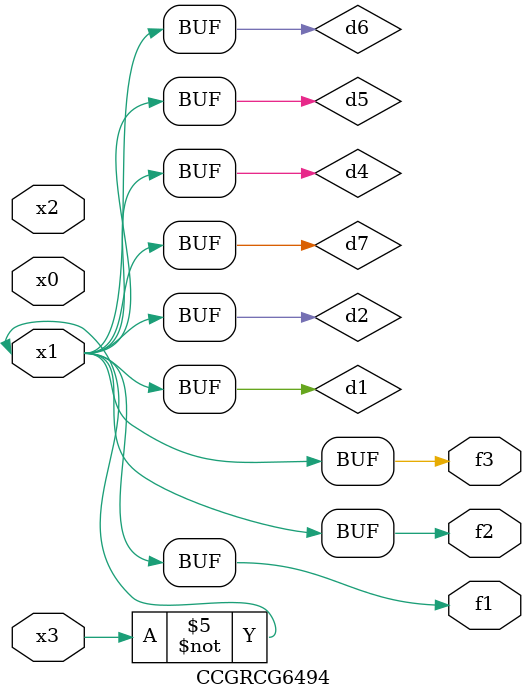
<source format=v>
module CCGRCG6494(
	input x0, x1, x2, x3,
	output f1, f2, f3
);

	wire d1, d2, d3, d4, d5, d6, d7;

	not (d1, x3);
	buf (d2, x1);
	xnor (d3, d1, d2);
	nor (d4, d1);
	buf (d5, d1, d2);
	buf (d6, d4, d5);
	nand (d7, d4);
	assign f1 = d6;
	assign f2 = d7;
	assign f3 = d6;
endmodule

</source>
